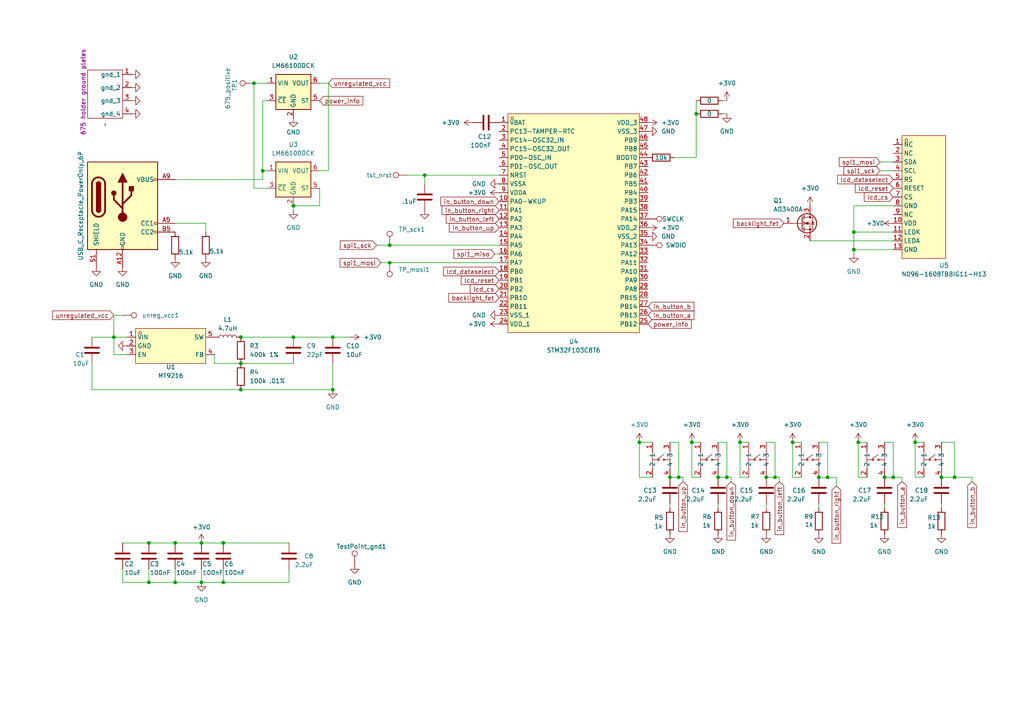
<source format=kicad_sch>
(kicad_sch (version 20250114) (generator "eeschema") (generator_version "9.0")
  (paper "A4")
  (title_block (title "stm32 business card"))
  (lib_symbols
    (symbol "Connector:TestPoint" (pin_numbers (hide yes)) (pin_names (offset 0.762) (hide yes))
      (property "Reference" "TP" (at 0 6.858 0))
      (property "Value" "TestPoint" (at 0 5.08 0))
      (symbol "TestPoint_0_1"
        (circle (center 0 3.302) (radius 0.762))
      )
      (symbol "TestPoint_1_1"
        (pin passive line (at 0 0 90) (length 2.54) (name "1") (number "1"))
      )
    )
    (symbol "Connector:USB_C_Receptacle_PowerOnly_6P" (pin_names (offset 1.016))
      (property "Reference" "J" (at 0 16.51 0))
      (property "Value" "USB_C_Receptacle_PowerOnly_6P" (at 0 13.97 0))
      (symbol "USB_C_Receptacle_PowerOnly_6P_0_0"
        (rectangle (start -0.254 -12.7) (end 0.254 -11.684))
        (rectangle (start 10.16 7.874) (end 9.144 7.366))
        (rectangle (start 10.16 -4.826) (end 9.144 -5.334))
        (rectangle (start 10.16 -7.366) (end 9.144 -7.874))
      )
      (symbol "USB_C_Receptacle_PowerOnly_6P_0_1"
        (rectangle (start -10.16 12.7) (end 10.16 -12.7) (stroke (width 0.254)) (fill (type background)))
        (polyline (pts (xy -8.89 -1.27) (xy -8.89 6.35)) (stroke (width 0.508)))
        (rectangle (start -7.62 -1.27) (end -6.35 6.35) (stroke (width 0.254)) (fill (type outline)))
        (arc (start -7.62 6.35) (mid -6.985 6.9823) (end -6.35 6.35) (stroke (width 0.254)))
        (arc (start -7.62 6.35) (mid -6.985 6.9823) (end -6.35 6.35) (stroke (width 0.254)) (fill (type outline)))
        (arc (start -8.89 6.35) (mid -6.985 8.2467) (end -5.08 6.35) (stroke (width 0.508)))
        (arc (start -5.08 -1.27) (mid -6.985 -3.1667) (end -8.89 -1.27) (stroke (width 0.508)))
        (arc (start -6.35 -1.27) (mid -6.985 -1.9023) (end -7.62 -1.27) (stroke (width 0.254)))
        (arc (start -6.35 -1.27) (mid -6.985 -1.9023) (end -7.62 -1.27) (stroke (width 0.254)) (fill (type outline)))
        (polyline (pts (xy -5.08 6.35) (xy -5.08 -1.27)) (stroke (width 0.508)))
        (circle (center -2.54 3.683) (radius 0.635) (stroke (width 0.254)) (fill (type outline)))
        (polyline (pts (xy -1.27 6.858) (xy 0 9.398) (xy 1.27 6.858) (xy -1.27 6.858)) (stroke (width 0.254)) (fill (type outline)))
        (polyline (pts (xy 0 0.508) (xy 2.54 3.048) (xy 2.54 4.318)) (stroke (width 0.508)))
        (polyline (pts (xy 0 -0.762) (xy -2.54 1.778) (xy -2.54 3.048)) (stroke (width 0.508)))
        (polyline (pts (xy 0 -3.302) (xy 0 6.858)) (stroke (width 0.508)))
        (circle (center 0 -3.302) (radius 1.27) (fill (type outline)))
        (rectangle (start 1.905 4.318) (end 3.175 5.588) (stroke (width 0.254)) (fill (type outline)))
      )
      (symbol "USB_C_Receptacle_PowerOnly_6P_1_1"
        (pin passive line (at -7.62 -17.78 90) (length 5.08) (name "SHIELD") (number "S1"))
        (pin passive line (at 0 -17.78 90) (length 5.08) (name "GND") (number "A12"))
        (pin passive line (at 0 -17.78 90) (length 5.08) (hide yes) (name "GND") (number "B12"))
        (pin passive line (at 15.24 7.62 180) (length 5.08) (name "VBUS") (number "A9"))
        (pin passive line (at 15.24 7.62 180) (length 5.08) (hide yes) (name "VBUS") (number "B9"))
        (pin bidirectional line (at 15.24 -5.08 180) (length 5.08) (name "CC1") (number "A5"))
        (pin bidirectional line (at 15.24 -7.62 180) (length 5.08) (name "CC2") (number "B5"))
      )
    )
    (symbol "Device:C" (pin_numbers (hide yes)) (pin_names (offset 0.254))
      (property "Reference" "C" (at 0.635 2.54 0))
      (property "Value" "C" (at 0.635 -2.54 0))
      (symbol "C_0_1"
        (polyline (pts (xy -2.032 0.762) (xy 2.032 0.762)) (stroke (width 0.508)))
        (polyline (pts (xy -2.032 -0.762) (xy 2.032 -0.762)) (stroke (width 0.508)))
      )
      (symbol "C_1_1"
        (pin passive line (at 0 3.81 270) (length 2.794) (name "~") (number "1"))
        (pin passive line (at 0 -3.81 90) (length 2.794) (name "~") (number "2"))
      )
    )
    (symbol "Device:L" (pin_numbers (hide yes)) (pin_names (offset 1.016) (hide yes))
      (property "Reference" "L" (at -1.27 0 90))
      (property "Value" "L" (at 1.905 0 90))
      (symbol "L_0_1"
        (arc (start 0 2.54) (mid 0.6323 1.905) (end 0 1.27))
        (arc (start 0 1.27) (mid 0.6323 0.635) (end 0 0))
        (arc (start 0 0) (mid 0.6323 -0.635) (end 0 -1.27))
        (arc (start 0 -1.27) (mid 0.6323 -1.905) (end 0 -2.54))
      )
      (symbol "L_1_1"
        (pin passive line (at 0 3.81 270) (length 1.27) (name "1") (number "1"))
        (pin passive line (at 0 -3.81 90) (length 1.27) (name "2") (number "2"))
      )
    )
    (symbol "Device:R" (pin_numbers (hide yes)) (pin_names (offset 0))
      (property "Reference" "R" (at 2.032 0 90))
      (property "Value" "R" (at 0 0 90))
      (symbol "R_0_1"
        (rectangle (start -1.016 -2.54) (end 1.016 2.54) (stroke (width 0.254)))
      )
      (symbol "R_1_1"
        (pin passive line (at 0 3.81 270) (length 1.27) (name "~") (number "1"))
        (pin passive line (at 0 -3.81 90) (length 1.27) (name "~") (number "2"))
      )
    )
    (symbol "Power_Management:LM66100DCK"
      (property "Reference" "U" (at -5.08 6.096 0))
      (property "Value" "LM66100DCK" (at 0.254 -6.35 0))
      (symbol "LM66100DCK_0_1"
        (rectangle (start -5.08 5.08) (end 5.08 -5.08) (stroke (width 0.254)) (fill (type background)))
      )
      (symbol "LM66100DCK_1_1"
        (pin power_in line (at -7.62 2.54 0) (length 2.54) (name "VIN") (number "1"))
        (pin input line (at -7.62 -2.54 0) (length 2.54) (name "~{CE}") (number "3"))
        (pin no_connect line (at 0 5.08 270) (length 2.54) (hide yes) (name "NC") (number "4"))
        (pin power_in line (at 0 -7.62 90) (length 2.54) (name "GND") (number "2"))
        (pin power_out line (at 7.62 2.54 180) (length 2.54) (name "VOUT") (number "6"))
        (pin open_collector line (at 7.62 -2.54 180) (length 2.54) (name "ST") (number "5"))
      )
    )
    (symbol "Transistor_FET:AO3400A" (pin_names (hide yes))
      (property "Reference" "Q" (at 5.08 1.905 0))
      (property "Value" "AO3400A" (at 5.08 0 0))
      (symbol "AO3400A_0_1"
        (polyline (pts (xy 0.254 1.905) (xy 0.254 -1.905)) (stroke (width 0.254)))
        (polyline (pts (xy 0.254 0) (xy -2.54 0)))
        (polyline (pts (xy 0.762 2.286) (xy 0.762 1.27)) (stroke (width 0.254)))
        (polyline (pts (xy 0.762 0.508) (xy 0.762 -0.508)) (stroke (width 0.254)))
        (polyline (pts (xy 0.762 -1.27) (xy 0.762 -2.286)) (stroke (width 0.254)))
        (polyline (pts (xy 0.762 -1.778) (xy 3.302 -1.778) (xy 3.302 1.778) (xy 0.762 1.778)))
        (polyline (pts (xy 1.016 0) (xy 2.032 0.381) (xy 2.032 -0.381) (xy 1.016 0)) (fill (type outline)))
        (circle (center 1.651 0) (radius 2.794) (stroke (width 0.254)))
        (polyline (pts (xy 2.54 2.54) (xy 2.54 1.778)))
        (circle (center 2.54 1.778) (radius 0.254) (fill (type outline)))
        (circle (center 2.54 -1.778) (radius 0.254) (fill (type outline)))
        (polyline (pts (xy 2.54 -2.54) (xy 2.54 0) (xy 0.762 0)))
        (polyline (pts (xy 2.794 0.508) (xy 2.921 0.381) (xy 3.683 0.381) (xy 3.81 0.254)))
        (polyline (pts (xy 3.302 0.381) (xy 2.921 -0.254) (xy 3.683 -0.254) (xy 3.302 0.381)))
      )
      (symbol "AO3400A_1_1"
        (pin input line (at -5.08 0 0) (length 2.54) (name "G") (number "1"))
        (pin passive line (at 2.54 5.08 270) (length 2.54) (name "D") (number "3"))
        (pin passive line (at 2.54 -5.08 90) (length 2.54) (name "S") (number "2"))
      )
    )
    (symbol "battery_holder:quad_675"
      (symbol "quad_675_0_1"
        (rectangle (start 2.54 12.7) (end 12.7 -1.27))
      )
      (symbol "quad_675_1_1"
        (pin bidirectional line (at 0 11.43 0) (length 2.54) (name "gnd_4") (number "4"))
        (pin bidirectional line (at 0 7.62 0) (length 2.54) (name "gnd_3") (number "3"))
        (pin bidirectional line (at 0 3.81 0) (length 2.54) (name "gnd_2") (number "2"))
        (pin bidirectional line (at 0 0 0) (length 2.54) (name "gnd_1") (number "1"))
      )
    )
    (symbol "easyeda2kicad:MT9216"
      (property "Reference" "U" (at 0 7.62 0))
      (property "Value" "MT9216" (at 0 -7.62 0))
      (symbol "MT9216_0_1"
        (rectangle (start -10.16 5.08) (end 10.16 -5.08) (fill (type background)))
        (circle (center -8.89 3.81) (radius 0.38))
        (pin unspecified line (at -12.7 2.54 0) (length 2.54) (name "VIN") (number "1"))
        (pin unspecified line (at -12.7 0 0) (length 2.54) (name "GND") (number "2"))
        (pin unspecified line (at -12.7 -2.54 0) (length 2.54) (name "EN") (number "3"))
        (pin unspecified line (at 12.7 2.54 180) (length 2.54) (name "SW") (number "5"))
        (pin unspecified line (at 12.7 -2.54 180) (length 2.54) (name "FB") (number "4"))
      )
    )
    (symbol "easyeda2kicad:N096-1608TBBIG11-H13"
      (property "Reference" "U" (at 0 20.32 0))
      (property "Value" "N096-1608TBBIG11-H13" (at 0 -20.32 0))
      (symbol "N096-1608TBBIG11-H13_0_1"
        (rectangle (start -6.35 17.78) (end 6.35 -17.78) (fill (type background)))
        (circle (center -5.08 16.51) (radius 0.38))
        (pin unspecified line (at -8.89 15.24 0) (length 2.54) (name "NC") (number "1"))
        (pin unspecified line (at -8.89 12.7 0) (length 2.54) (name "NC") (number "2"))
        (pin unspecified line (at -8.89 10.16 0) (length 2.54) (name "SDA") (number "3"))
        (pin unspecified line (at -8.89 7.62 0) (length 2.54) (name "SCL") (number "4"))
        (pin unspecified line (at -8.89 5.08 0) (length 2.54) (name "RS") (number "5"))
        (pin unspecified line (at -8.89 2.54 0) (length 2.54) (name "RESET") (number "6"))
        (pin unspecified line (at -8.89 0 0) (length 2.54) (name "CS") (number "7"))
        (pin unspecified line (at -8.89 -2.54 0) (length 2.54) (name "GND") (number "8"))
        (pin unspecified line (at -8.89 -5.08 0) (length 2.54) (name "NC") (number "9"))
        (pin unspecified line (at -8.89 -7.62 0) (length 2.54) (name "VDD") (number "10"))
        (pin unspecified line (at -8.89 -10.16 0) (length 2.54) (name "LEDK") (number "11"))
        (pin unspecified line (at -8.89 -12.7 0) (length 2.54) (name "LEDA") (number "12"))
        (pin unspecified line (at -8.89 -15.24 0) (length 2.54) (name "GND") (number "13"))
      )
    )
    (symbol "easyeda2kicad:STM32F103C8T6"
      (property "Reference" "U" (at 0 34.29 0))
      (property "Value" "STM32F103C8T6" (at 0 -34.29 0))
      (symbol "STM32F103C8T6_0_1"
        (rectangle (start -19.05 31.75) (end 19.05 -31.75) (fill (type background)))
        (circle (center -17.78 30.48) (radius 0.38))
        (pin unspecified line (at -21.59 29.21 0) (length 2.54) (name "VBAT") (number "1"))
        (pin unspecified line (at -21.59 26.67 0) (length 2.54) (name "PC13-TAMPER-RTC") (number "2"))
        (pin unspecified line (at -21.59 24.13 0) (length 2.54) (name "PC14-OSC32_IN") (number "3"))
        (pin unspecified line (at -21.59 21.59 0) (length 2.54) (name "PC15-OSC32_OUT") (number "4"))
        (pin unspecified line (at -21.59 19.05 0) (length 2.54) (name "PD0-OSC_IN") (number "5"))
        (pin unspecified line (at -21.59 16.51 0) (length 2.54) (name "PD1-OSC_OUT") (number "6"))
        (pin unspecified line (at -21.59 13.97 0) (length 2.54) (name "NRST") (number "7"))
        (pin unspecified line (at -21.59 11.43 0) (length 2.54) (name "VSSA") (number "8"))
        (pin unspecified line (at -21.59 8.89 0) (length 2.54) (name "VDDA") (number "9"))
        (pin unspecified line (at -21.59 6.35 0) (length 2.54) (name "PA0-WKUP") (number "10"))
        (pin unspecified line (at -21.59 3.81 0) (length 2.54) (name "PA1") (number "11"))
        (pin unspecified line (at -21.59 1.27 0) (length 2.54) (name "PA2") (number "12"))
        (pin unspecified line (at -21.59 -1.27 0) (length 2.54) (name "PA3") (number "13"))
        (pin unspecified line (at -21.59 -3.81 0) (length 2.54) (name "PA4") (number "14"))
        (pin unspecified line (at -21.59 -6.35 0) (length 2.54) (name "PA5") (number "15"))
        (pin unspecified line (at -21.59 -8.89 0) (length 2.54) (name "PA6") (number "16"))
        (pin unspecified line (at -21.59 -11.43 0) (length 2.54) (name "PA7") (number "17"))
        (pin unspecified line (at -21.59 -13.97 0) (length 2.54) (name "PB0") (number "18"))
        (pin unspecified line (at -21.59 -16.51 0) (length 2.54) (name "PB1") (number "19"))
        (pin unspecified line (at -21.59 -19.05 0) (length 2.54) (name "PB2") (number "20"))
        (pin unspecified line (at -21.59 -21.59 0) (length 2.54) (name "PB10") (number "21"))
        (pin unspecified line (at -21.59 -24.13 0) (length 2.54) (name "PB11") (number "22"))
        (pin unspecified line (at -21.59 -26.67 0) (length 2.54) (name "VSS_1") (number "23"))
        (pin unspecified line (at -21.59 -29.21 0) (length 2.54) (name "VDD_1") (number "24"))
        (pin unspecified line (at 21.59 29.21 180) (length 2.54) (name "VDD_3") (number "48"))
        (pin unspecified line (at 21.59 26.67 180) (length 2.54) (name "VSS_3") (number "47"))
        (pin unspecified line (at 21.59 24.13 180) (length 2.54) (name "PB9") (number "46"))
        (pin unspecified line (at 21.59 21.59 180) (length 2.54) (name "PB8") (number "45"))
        (pin unspecified line (at 21.59 19.05 180) (length 2.54) (name "BOOT0") (number "44"))
        (pin unspecified line (at 21.59 16.51 180) (length 2.54) (name "PB7") (number "43"))
        (pin unspecified line (at 21.59 13.97 180) (length 2.54) (name "PB6") (number "42"))
        (pin unspecified line (at 21.59 11.43 180) (length 2.54) (name "PB5") (number "41"))
        (pin unspecified line (at 21.59 8.89 180) (length 2.54) (name "PB4") (number "40"))
        (pin unspecified line (at 21.59 6.35 180) (length 2.54) (name "PB3") (number "39"))
        (pin unspecified line (at 21.59 3.81 180) (length 2.54) (name "PA15") (number "38"))
        (pin unspecified line (at 21.59 1.27 180) (length 2.54) (name "PA14") (number "37"))
        (pin unspecified line (at 21.59 -1.27 180) (length 2.54) (name "VDD_2") (number "36"))
        (pin unspecified line (at 21.59 -3.81 180) (length 2.54) (name "VSS_2") (number "35"))
        (pin unspecified line (at 21.59 -6.35 180) (length 2.54) (name "PA13") (number "34"))
        (pin unspecified line (at 21.59 -8.89 180) (length 2.54) (name "PA12") (number "33"))
        (pin unspecified line (at 21.59 -11.43 180) (length 2.54) (name "PA11") (number "32"))
        (pin unspecified line (at 21.59 -13.97 180) (length 2.54) (name "PA10") (number "31"))
        (pin unspecified line (at 21.59 -16.51 180) (length 2.54) (name "PA9") (number "30"))
        (pin unspecified line (at 21.59 -19.05 180) (length 2.54) (name "PA8") (number "29"))
        (pin unspecified line (at 21.59 -21.59 180) (length 2.54) (name "PB15") (number "28"))
        (pin unspecified line (at 21.59 -24.13 180) (length 2.54) (name "PB14") (number "27"))
        (pin unspecified line (at 21.59 -26.67 180) (length 2.54) (name "PB13") (number "26"))
        (pin unspecified line (at 21.59 -29.21 180) (length 2.54) (name "PB12") (number "25"))
      )
    )
    (symbol "easyeda2kicad:TSD003A04126A02"
      (property "Reference" "SW" (at 0 7.62 0))
      (property "Value" "TSD003A04126A02" (at 0 -7.62 0))
      (symbol "TSD003A04126A02_0_1"
        (polyline (pts (xy -2.54 2.54) (xy 2.54 2.54)))
        (polyline (pts (xy -1.52 -0.76) (xy -0.25 1.02)))
        (polyline (pts (xy 0 2.54) (xy 0 1.52)))
        (polyline (pts (xy 0 1.52) (xy 0 0.76)))
        (circle (center 0 0.76) (radius 0.25))
        (circle (center 0 -0.76) (radius 0.25))
        (polyline (pts (xy 0 -2.54) (xy 0 -0.76)))
        (polyline (pts (xy 2.54 -2.54) (xy -2.54 -2.54)))
        (pin unspecified line (at -5.08 2.54 0) (length 2.54) (name "1") (number "1"))
        (pin unspecified line (at -5.08 -2.54 0) (length 2.54) (name "3") (number "3"))
        (pin unspecified line (at 5.08 2.54 180) (length 2.54) (name "2") (number "2"))
        (pin unspecified line (at 5.08 -2.54 180) (length 2.54) (name "4") (number "4"))
      )
    )
    (symbol "power:+3V0" (power) (pin_numbers (hide yes)) (pin_names (offset 0) (hide yes))
      (property "Value" "+3V0" (at 0 3.556 0))
      (symbol "+3V0_0_1"
        (polyline (pts (xy -0.762 1.27) (xy 0 2.54)))
        (polyline (pts (xy 0 2.54) (xy 0.762 1.27)))
        (polyline (pts (xy 0 0) (xy 0 2.54)))
      )
      (symbol "+3V0_1_1"
        (pin power_in line (at 0 0 90) (length 0) (name "~") (number "1"))
      )
    )
    (symbol "power:GND" (power) (pin_numbers (hide yes)) (pin_names (offset 0) (hide yes))
      (property "Value" "GND" (at 0 -3.81 0))
      (symbol "GND_0_1"
        (polyline (pts (xy 0 0) (xy 0 -1.27) (xy 1.27 -1.27) (xy 0 -2.54) (xy -1.27 -1.27) (xy 0 -1.27)))
      )
      (symbol "GND_1_1"
        (pin power_in line (at 0 0 270) (length 0) (name "~") (number "1"))
      )
    )
  )
  (junction (at 50.8 157.48))
  (junction (at 194.31 138.43))
  (junction (at 247.65 67.31))
  (junction (at 113.03 76.2))
  (junction (at 85.09 97.79))
  (junction (at 224.79 138.43))
  (junction (at 43.18 168.91))
  (junction (at 265.43 128.27))
  (junction (at 58.42 168.91))
  (junction (at 240.03 138.43))
  (junction (at 276.86 138.43))
  (junction (at 208.28 138.43))
  (junction (at 248.92 128.27))
  (junction (at 273.05 138.43))
  (junction (at 69.85 97.79))
  (junction (at 123.19 50.8))
  (junction (at 96.52 97.79))
  (junction (at 96.52 113.03))
  (junction (at 73.66 24.13))
  (junction (at 237.49 138.43))
  (junction (at 222.25 138.43))
  (junction (at 214.63 128.27))
  (junction (at 259.08 138.43))
  (junction (at 201.93 33.02))
  (junction (at 185.42 128.27))
  (junction (at 50.8 168.91))
  (junction (at 76.2 49.53))
  (junction (at 210.82 138.43))
  (junction (at 247.65 72.39))
  (junction (at 64.77 157.48))
  (junction (at 85.09 59.69))
  (junction (at 229.87 128.27))
  (junction (at 196.85 138.43))
  (junction (at 256.54 138.43))
  (junction (at 43.18 157.48))
  (junction (at 113.03 71.12))
  (junction (at 69.85 113.03))
  (junction (at 69.85 105.41))
  (junction (at 200.66 128.27))
  (junction (at 64.77 168.91))
  (junction (at 33.02 97.79))
  (junction (at 58.42 157.48))
  (wire (pts (xy 194.31 147.32) (xy 194.31 146.05)))
  (wire (pts (xy 222.25 128.27) (xy 224.79 128.27)))
  (wire (pts (xy 76.2 52.07) (xy 76.2 49.53)))
  (wire (pts (xy 267.97 138.43) (xy 265.43 138.43)))
  (wire (pts (xy 256.54 138.43) (xy 259.08 138.43)))
  (wire (pts (xy 85.09 60.96) (xy 85.09 59.69)))
  (wire (pts (xy 43.18 165.1) (xy 43.18 168.91)))
  (wire (pts (xy 33.02 97.79) (xy 33.02 102.87)))
  (wire (pts (xy 210.82 29.21) (xy 209.55 29.21)))
  (wire (pts (xy 185.42 128.27) (xy 185.42 138.43)))
  (wire (pts (xy 200.66 128.27) (xy 203.2 128.27)))
  (wire (pts (xy 261.62 139.7) (xy 261.62 138.43)))
  (wire (pts (xy 237.49 138.43) (xy 240.03 138.43)))
  (wire (pts (xy 77.47 29.21) (xy 76.2 29.21)))
  (wire (pts (xy 256.54 128.27) (xy 259.08 128.27)))
  (wire (pts (xy 59.69 64.77) (xy 59.69 67.31)))
  (wire (pts (xy 248.92 128.27) (xy 248.92 138.43)))
  (wire (pts (xy 69.85 113.03) (xy 96.52 113.03)))
  (wire (pts (xy 113.03 71.12) (xy 144.78 71.12)))
  (wire (pts (xy 247.65 59.69) (xy 247.65 67.31)))
  (wire (pts (xy 33.02 91.44) (xy 33.02 97.79)))
  (wire (pts (xy 251.46 138.43) (xy 248.92 138.43)))
  (wire (pts (xy 77.47 54.61) (xy 73.66 54.61)))
  (wire (pts (xy 229.87 128.27) (xy 232.41 128.27)))
  (wire (pts (xy 69.85 113.03) (xy 26.67 113.03)))
  (wire (pts (xy 255.27 46.99) (xy 259.08 46.99)))
  (wire (pts (xy 73.66 24.13) (xy 77.47 24.13)))
  (wire (pts (xy 189.23 138.43) (xy 185.42 138.43)))
  (wire (pts (xy 64.77 157.48) (xy 83.82 157.48)))
  (wire (pts (xy 73.66 24.13) (xy 73.66 54.61)))
  (wire (pts (xy 62.23 105.41) (xy 69.85 105.41)))
  (wire (pts (xy 50.8 165.1) (xy 50.8 168.91)))
  (wire (pts (xy 232.41 138.43) (xy 229.87 138.43)))
  (wire (pts (xy 273.05 147.32) (xy 273.05 146.05)))
  (wire (pts (xy 237.49 128.27) (xy 240.03 128.27)))
  (wire (pts (xy 281.94 139.7) (xy 281.94 138.43)))
  (wire (pts (xy 76.2 49.53) (xy 77.47 49.53)))
  (wire (pts (xy 210.82 138.43) (xy 212.09 138.43)))
  (wire (pts (xy 83.82 168.91) (xy 83.82 165.1)))
  (wire (pts (xy 50.8 64.77) (xy 59.69 64.77)))
  (wire (pts (xy 123.19 50.8) (xy 123.19 53.34)))
  (wire (pts (xy 198.12 139.7) (xy 198.12 138.43)))
  (wire (pts (xy 226.06 138.43) (xy 224.79 138.43)))
  (wire (pts (xy 208.28 147.32) (xy 208.28 146.05)))
  (wire (pts (xy 96.52 105.41) (xy 96.52 113.03)))
  (wire (pts (xy 36.83 102.87) (xy 33.02 102.87)))
  (wire (pts (xy 118.11 50.8) (xy 123.19 50.8)))
  (wire (pts (xy 33.02 97.79) (xy 36.83 97.79)))
  (wire (pts (xy 214.63 128.27) (xy 217.17 128.27)))
  (wire (pts (xy 259.08 67.31) (xy 247.65 67.31)))
  (wire (pts (xy 95.25 24.13) (xy 92.71 24.13)))
  (wire (pts (xy 212.09 138.43) (xy 212.09 139.7)))
  (wire (pts (xy 43.18 168.91) (xy 50.8 168.91)))
  (wire (pts (xy 64.77 168.91) (xy 83.82 168.91)))
  (wire (pts (xy 208.28 128.27) (xy 210.82 128.27)))
  (wire (pts (xy 95.25 49.53) (xy 95.25 24.13)))
  (wire (pts (xy 76.2 29.21) (xy 76.2 49.53)))
  (wire (pts (xy 259.08 59.69) (xy 247.65 59.69)))
  (wire (pts (xy 69.85 97.79) (xy 85.09 97.79)))
  (wire (pts (xy 224.79 128.27) (xy 224.79 138.43)))
  (wire (pts (xy 210.82 33.02) (xy 209.55 33.02)))
  (wire (pts (xy 256.54 147.32) (xy 256.54 146.05)))
  (wire (pts (xy 50.8 168.91) (xy 58.42 168.91)))
  (wire (pts (xy 281.94 138.43) (xy 276.86 138.43)))
  (wire (pts (xy 26.67 105.41) (xy 26.67 113.03)))
  (wire (pts (xy 195.58 45.72) (xy 201.93 45.72)))
  (wire (pts (xy 222.25 147.32) (xy 222.25 146.05)))
  (wire (pts (xy 92.71 54.61) (xy 92.71 59.69)))
  (wire (pts (xy 198.12 138.43) (xy 196.85 138.43)))
  (wire (pts (xy 229.87 128.27) (xy 229.87 138.43)))
  (wire (pts (xy 273.05 138.43) (xy 276.86 138.43)))
  (wire (pts (xy 242.57 138.43) (xy 242.57 140.97)))
  (wire (pts (xy 201.93 29.21) (xy 201.93 33.02)))
  (wire (pts (xy 35.56 91.44) (xy 33.02 91.44)))
  (wire (pts (xy 113.03 76.2) (xy 144.78 76.2)))
  (wire (pts (xy 58.42 165.1) (xy 58.42 168.91)))
  (wire (pts (xy 242.57 138.43) (xy 240.03 138.43)))
  (wire (pts (xy 35.56 157.48) (xy 43.18 157.48)))
  (wire (pts (xy 50.8 157.48) (xy 58.42 157.48)))
  (wire (pts (xy 109.22 71.12) (xy 113.03 71.12)))
  (wire (pts (xy 194.31 128.27) (xy 196.85 128.27)))
  (wire (pts (xy 143.51 73.66) (xy 144.78 73.66)))
  (wire (pts (xy 276.86 138.43) (xy 276.86 128.27)))
  (wire (pts (xy 217.17 138.43) (xy 214.63 138.43)))
  (wire (pts (xy 92.71 49.53) (xy 95.25 49.53)))
  (wire (pts (xy 58.42 157.48) (xy 64.77 157.48)))
  (wire (pts (xy 210.82 128.27) (xy 210.82 138.43)))
  (wire (pts (xy 273.05 128.27) (xy 276.86 128.27)))
  (wire (pts (xy 85.09 59.69) (xy 92.71 59.69)))
  (wire (pts (xy 240.03 138.43) (xy 240.03 128.27)))
  (wire (pts (xy 110.49 76.2) (xy 113.03 76.2)))
  (wire (pts (xy 101.6 97.79) (xy 96.52 97.79)))
  (wire (pts (xy 58.42 168.91) (xy 64.77 168.91)))
  (wire (pts (xy 62.23 102.87) (xy 62.23 105.41)))
  (wire (pts (xy 26.67 97.79) (xy 33.02 97.79)))
  (wire (pts (xy 214.63 128.27) (xy 214.63 138.43)))
  (wire (pts (xy 265.43 128.27) (xy 267.97 128.27)))
  (wire (pts (xy 226.06 139.7) (xy 226.06 138.43)))
  (wire (pts (xy 201.93 33.02) (xy 201.93 45.72)))
  (wire (pts (xy 237.49 147.32) (xy 237.49 146.05)))
  (wire (pts (xy 261.62 138.43) (xy 259.08 138.43)))
  (wire (pts (xy 203.2 138.43) (xy 200.66 138.43)))
  (wire (pts (xy 247.65 67.31) (xy 247.65 72.39)))
  (wire (pts (xy 265.43 128.27) (xy 265.43 138.43)))
  (wire (pts (xy 259.08 138.43) (xy 259.08 128.27)))
  (wire (pts (xy 248.92 128.27) (xy 251.46 128.27)))
  (wire (pts (xy 208.28 138.43) (xy 210.82 138.43)))
  (wire (pts (xy 194.31 138.43) (xy 196.85 138.43)))
  (wire (pts (xy 50.8 52.07) (xy 76.2 52.07)))
  (wire (pts (xy 234.95 69.85) (xy 259.08 69.85)))
  (wire (pts (xy 69.85 105.41) (xy 85.09 105.41)))
  (wire (pts (xy 222.25 138.43) (xy 224.79 138.43)))
  (wire (pts (xy 185.42 128.27) (xy 189.23 128.27)))
  (wire (pts (xy 43.18 157.48) (xy 50.8 157.48)))
  (wire (pts (xy 247.65 72.39) (xy 247.65 73.66)))
  (wire (pts (xy 64.77 165.1) (xy 64.77 168.91)))
  (wire (pts (xy 35.56 165.1) (xy 35.56 168.91)))
  (wire (pts (xy 196.85 128.27) (xy 196.85 138.43)))
  (wire (pts (xy 247.65 72.39) (xy 259.08 72.39)))
  (wire (pts (xy 255.27 49.53) (xy 259.08 49.53)))
  (wire (pts (xy 200.66 128.27) (xy 200.66 138.43)))
  (wire (pts (xy 123.19 50.8) (xy 144.78 50.8)))
  (wire (pts (xy 85.09 97.79) (xy 96.52 97.79)))
  (wire (pts (xy 35.56 168.91) (xy 43.18 168.91)))
  (global_label "in_button_b" (shape input) (at 281.94 139.7 270) (property "Intersheetrefs" "${INTERSHEET_REFS}" (effects (hide yes))))
  (global_label "backlight_fet" (shape input) (at 144.78 86.36 180) (property "Intersheetrefs" "${INTERSHEET_REFS}" (effects (hide yes))))
  (global_label "lcd_cs" (shape input) (at 259.08 57.15 180) (property "Intersheetrefs" "${INTERSHEET_REFS}" (effects (hide yes))))
  (global_label "in_button_down" (shape input) (at 212.09 139.7 270) (property "Intersheetrefs" "${INTERSHEET_REFS}" (effects (hide yes))))
  (global_label "lcd_reset" (shape input) (at 259.08 54.61 180) (property "Intersheetrefs" "${INTERSHEET_REFS}" (effects (hide yes))))
  (global_label "in_button_right" (shape input) (at 242.57 140.97 270) (property "Intersheetrefs" "${INTERSHEET_REFS}" (effects (hide yes))))
  (global_label "spi1_mosi" (shape input) (at 255.27 46.99 180) (property "Intersheetrefs" "${INTERSHEET_REFS}" (effects (hide yes))))
  (global_label "in_button_b" (shape input) (at 187.96 88.9 0) (property "Intersheetrefs" "${INTERSHEET_REFS}" (effects (hide yes))))
  (global_label "in_button_a" (shape input) (at 187.96 91.44 0) (property "Intersheetrefs" "${INTERSHEET_REFS}" (effects (hide yes))))
  (global_label "spi1_sck" (shape input) (at 109.22 71.12 180) (property "Intersheetrefs" "${INTERSHEET_REFS}" (effects (hide yes))))
  (global_label "backlight_fet" (shape input) (at 227.33 64.77 180) (property "Intersheetrefs" "${INTERSHEET_REFS}" (effects (hide yes))))
  (global_label "in_button_a" (shape input) (at 261.62 139.7 270) (property "Intersheetrefs" "${INTERSHEET_REFS}" (effects (hide yes))))
  (global_label "lcd_cs" (shape input) (at 144.78 83.82 180) (property "Intersheetrefs" "${INTERSHEET_REFS}" (effects (hide yes))))
  (global_label "lcd_dataselect" (shape input) (at 259.08 52.07 180) (property "Intersheetrefs" "${INTERSHEET_REFS}" (effects (hide yes))))
  (global_label "lcd_reset" (shape input) (at 144.78 81.28 180) (property "Intersheetrefs" "${INTERSHEET_REFS}" (effects (hide yes))))
  (global_label "lcd_dataselect" (shape input) (at 144.78 78.74 180) (property "Intersheetrefs" "${INTERSHEET_REFS}" (effects (hide yes))))
  (global_label "in_button_left" (shape input) (at 144.78 63.5 180) (property "Intersheetrefs" "${INTERSHEET_REFS}" (effects (hide yes))))
  (global_label "in_button_right" (shape input) (at 144.78 60.96 180) (property "Intersheetrefs" "${INTERSHEET_REFS}" (effects (hide yes))))
  (global_label "in_button_up" (shape input) (at 198.12 139.7 270) (property "Intersheetrefs" "${INTERSHEET_REFS}" (effects (hide yes))))
  (global_label "in_button_left" (shape input) (at 226.06 139.7 270) (property "Intersheetrefs" "${INTERSHEET_REFS}" (effects (hide yes))))
  (global_label "unregulated_vcc" (shape input) (at 95.25 24.13 0) (property "Intersheetrefs" "${INTERSHEET_REFS}" (effects (hide yes))))
  (global_label "in_button_up" (shape input) (at 144.78 66.04 180) (property "Intersheetrefs" "${INTERSHEET_REFS}" (effects (hide yes))))
  (global_label "power_info" (shape input) (at 92.71 29.21 0) (property "Intersheetrefs" "${INTERSHEET_REFS}" (effects (hide yes))))
  (global_label "spi1_miso" (shape input) (at 143.51 73.66 180) (property "Intersheetrefs" "${INTERSHEET_REFS}" (effects (hide yes))))
  (global_label "power_info" (shape input) (at 187.96 93.98 0) (property "Intersheetrefs" "${INTERSHEET_REFS}" (effects (hide yes))))
  (global_label "spi1_sck" (shape input) (at 255.27 49.53 180) (property "Intersheetrefs" "${INTERSHEET_REFS}" (effects (hide yes))))
  (global_label "unregulated_vcc" (shape input) (at 33.02 91.44 180) (property "Intersheetrefs" "${INTERSHEET_REFS}" (effects (hide yes))))
  (global_label "in_button_down" (shape input) (at 144.78 58.42 180) (property "Intersheetrefs" "${INTERSHEET_REFS}" (effects (hide yes))))
  (global_label "spi1_mosi" (shape input) (at 110.49 76.2 180) (property "Intersheetrefs" "${INTERSHEET_REFS}" (effects (hide yes))))
  (symbol (lib_id "power:GND") (at 38.1 29.21 90) (unit 1)
    (property "Reference" "#PWR031" (effects (hide yes)))
    (property "Value" "GND" (effects (hide yes)))
    (property "Description" "Power symbol creates a global label with name \"GND\" , ground" (effects (hide yes)))
  )
  (symbol (lib_id "power:GND") (at 247.65 73.66 0) (unit 1)
    (property "Reference" "#PWR037" (effects (hide yes)))
    (property "Value" "GND" (at 247.65 78.74 0))
    (property "Description" "Power symbol creates a global label with name \"GND\" , ground" (effects (hide yes)))
  )
  (symbol (lib_id "Connector:TestPoint") (at 73.66 24.13 90) (unit 1)
    (property "Reference" "TP1" (at 68.072 22.86 0) (effects (justify right)))
    (property "Value" "675_positive" (at 66.04 19.558 0) (effects (justify right)))
    (property "Footprint" "TestPoint:TestPoint_Pad_4.0x4.0mm" (effects (hide yes)))
    (property "Description" "test point" (effects (hide yes)))
  )
  (symbol (lib_id "Device:R") (at 222.25 151.13 180) (unit 1)
    (property "Reference" "R7" (at 217.678 149.86 0) (effects (justify right)))
    (property "Value" "1k" (at 217.678 152.4 0) (effects (justify right)))
    (property "Footprint" "Resistor_SMD:R_0603_1608Metric" (effects (hide yes)))
    (property "Description" "Resistor" (effects (hide yes)))
  )
  (symbol (lib_id "Device:L") (at 66.04 97.79 90) (unit 1)
    (property "Reference" "L1" (at 66.04 92.71 90))
    (property "Value" "4.7uH" (at 66.04 95.25 90))
    (property "Footprint" "indigos_kicad_lib:IND-SMD_L5.8-W5.2" (effects (hide yes)))
    (property "Description" "Inductor" (effects (hide yes)))
  )
  (symbol (lib_id "power:GND") (at 144.78 91.44 270) (unit 1)
    (property "Reference" "#PWR018" (effects (hide yes)))
    (property "Value" "GND" (at 140.97 91.4399 90) (effects (justify right)))
    (property "Description" "Power symbol creates a global label with name \"GND\" , ground" (effects (hide yes)))
  )
  (symbol (lib_id "Device:C") (at 123.19 57.15 0) (unit 1)
    (property "Reference" "C11" (effects (hide yes)))
    (property "Value" ".1uF" (at 116.586 58.42 0) (effects (justify left)))
    (property "Footprint" "Capacitor_SMD:C_0603_1608Metric" (effects (hide yes)))
    (property "Description" "Unpolarized capacitor" (effects (hide yes)))
  )
  (symbol (lib_id "Device:C") (at 50.8 161.29 0) (unit 1)
    (property "Reference" "C4" (at 51.054 163.576 0) (effects (justify left)))
    (property "Value" "100nF" (at 51.054 166.116 0) (effects (justify left)))
    (property "Footprint" "Capacitor_SMD:C_0603_1608Metric" (effects (hide yes)))
    (property "Description" "Unpolarized capacitor" (effects (hide yes)))
  )
  (symbol (lib_id "Device:R") (at 50.8 71.12 0) (unit 1)
    (property "Reference" "R1" (effects (hide yes)))
    (property "Value" "5.1k" (at 51.816 73.152 0) (effects (justify left)))
    (property "Footprint" "Resistor_SMD:R_0603_1608Metric" (effects (hide yes)))
    (property "Description" "Resistor" (effects (hide yes)))
  )
  (symbol (lib_id "power:GND") (at 222.25 154.94 0) (unit 1)
    (property "Reference" "#PWR029" (effects (hide yes)))
    (property "Value" "GND" (at 222.25 160.02 0))
    (property "Description" "Power symbol creates a global label with name \"GND\" , ground" (effects (hide yes)))
  )
  (symbol (lib_id "Device:C") (at 83.82 161.29 180) (unit 1)
    (property "Reference" "C8" (at 90.932 161.29 0) (effects (justify left)))
    (property "Value" "2.2uF" (at 90.932 163.83 0) (effects (justify left)))
    (property "Footprint" "Capacitor_SMD:C_0603_1608Metric" (effects (hide yes)))
    (property "Description" "Unpolarized capacitor" (effects (hide yes)))
  )
  (symbol (lib_id "power:+3V0") (at 144.78 55.88 90) (unit 1)
    (property "Reference" "#PWR017" (effects (hide yes)))
    (property "Value" "+3V0" (at 140.97 55.8799 90) (effects (justify left)))
    (property "Description" "Power symbol creates a global label with name \"+3V0\"" (effects (hide yes)))
  )
  (symbol (lib_id "battery_holder:quad_675") (at 38.1 21.59 180) (unit 1)
    (property "Reference" "U6" (effects (hide yes)))
    (property "Value" "~" (at 30.48 35.56 90) (effects (justify left)))
    (property "Footprint" "Library:battery_holder" (effects (hide yes)))
    (property "Description" "675 holder ground plates" (at 24.13 26.67 90))
  )
  (symbol (lib_id "Device:C") (at 64.77 161.29 0) (unit 1)
    (property "Reference" "C6" (at 65.024 163.576 0) (effects (justify left)))
    (property "Value" "100nF" (at 65.024 166.116 0) (effects (justify left)))
    (property "Footprint" "Capacitor_SMD:C_0603_1608Metric" (effects (hide yes)))
    (property "Description" "Unpolarized capacitor" (effects (hide yes)))
  )
  (symbol (lib_id "power:+3V0") (at 248.92 128.27 0) (unit 1)
    (property "Reference" "#PWR036" (effects (hide yes)))
    (property "Value" "+3V0" (at 248.92 123.19 0))
    (property "Description" "Power symbol creates a global label with name \"+3V0\"" (effects (hide yes)))
  )
  (symbol (lib_id "power:+3V0") (at 187.96 66.04 270) (unit 1)
    (property "Reference" "#PWR027" (effects (hide yes)))
    (property "Value" "+3V0" (at 191.77 66.0399 90) (effects (justify left)))
    (property "Description" "Power symbol creates a global label with name \"+3V0\"" (effects (hide yes)))
  )
  (symbol (lib_id "Connector:TestPoint") (at 118.11 50.8 90) (unit 1)
    (property "Reference" "tst_nrst1" (effects (hide yes)))
    (property "Value" "tst_nrst" (at 109.982 50.8 90))
    (property "Footprint" "TestPoint:TestPoint_Pad_D2.0mm" (effects (hide yes)))
    (property "Description" "test point" (effects (hide yes)))
  )
  (symbol (lib_id "power:GND") (at 256.54 154.94 0) (unit 1)
    (property "Reference" "#PWR038" (effects (hide yes)))
    (property "Value" "GND" (at 256.54 160.02 0))
    (property "Description" "Power symbol creates a global label with name \"GND\" , ground" (effects (hide yes)))
  )
  (symbol (lib_id "power:GND") (at 123.19 60.96 0) (unit 1)
    (property "Reference" "#PWR015" (effects (hide yes)))
    (property "Value" "GND" (effects (hide yes)))
    (property "Description" "Power symbol creates a global label with name \"GND\" , ground" (effects (hide yes)))
  )
  (symbol (lib_id "power:GND") (at 187.96 68.58 90) (unit 1)
    (property "Reference" "#PWR028" (effects (hide yes)))
    (property "Value" "GND" (at 191.77 68.5799 90) (effects (justify right)))
    (property "Description" "Power symbol creates a global label with name \"GND\" , ground" (effects (hide yes)))
  )
  (symbol (lib_id "power:+3V0") (at 200.66 128.27 0) (unit 1)
    (property "Reference" "#PWR022" (effects (hide yes)))
    (property "Value" "+3V0" (at 200.66 123.19 0))
    (property "Description" "Power symbol creates a global label with name \"+3V0\"" (effects (hide yes)))
  )
  (symbol (lib_id "power:GND") (at 38.1 33.02 90) (unit 1)
    (property "Reference" "#PWR01" (effects (hide yes)))
    (property "Value" "GND" (effects (hide yes)))
    (property "Description" "Power symbol creates a global label with name \"GND\" , ground" (effects (hide yes)))
  )
  (symbol (lib_id "Device:C") (at 35.56 161.29 0) (unit 1)
    (property "Reference" "C2" (at 36.068 163.576 0) (effects (justify left)))
    (property "Value" "10uF" (at 36.068 166.116 0) (effects (justify left)))
    (property "Footprint" "Capacitor_SMD:C_0603_1608Metric" (effects (hide yes)))
    (property "Description" "Unpolarized capacitor" (effects (hide yes)))
  )
  (symbol (lib_id "power:GND") (at 187.96 38.1 90) (unit 1)
    (property "Reference" "#PWR026" (effects (hide yes)))
    (property "Value" "GND" (at 191.77 38.0999 90) (effects (justify right)))
    (property "Description" "Power symbol creates a global label with name \"GND\" , ground" (effects (hide yes)))
  )
  (symbol (lib_id "easyeda2kicad:TSD003A04126A02") (at 254 133.35 90) (mirror x) (unit 1)
    (property "Reference" "b_a1" (effects (hide yes)))
    (property "Value" "TSD003A04126A02" (effects (hide yes)))
    (property "Footprint" "easyeda2kicad:SW-SMD_4P-L6.0-W6.0-P4.50-LS8.6" (effects (hide yes)))
    (property "Description" "top arrow" (effects (hide yes)))
    (property "LCSC Part" "C2888573" (effects (hide yes)))
  )
  (symbol (lib_id "power:GND") (at 50.8 74.93 0) (unit 1)
    (property "Reference" "#PWR05" (effects (hide yes)))
    (property "Value" "GND" (at 50.8 80.01 0))
    (property "Description" "Power symbol creates a global label with name \"GND\" , ground" (effects (hide yes)))
  )
  (symbol (lib_id "power:+3V0") (at 265.43 128.27 0) (unit 1)
    (property "Reference" "#PWR039" (effects (hide yes)))
    (property "Value" "+3V0" (at 265.43 123.19 0))
    (property "Description" "Power symbol creates a global label with name \"+3V0\"" (effects (hide yes)))
  )
  (symbol (lib_id "easyeda2kicad:TSD003A04126A02") (at 270.51 133.35 90) (mirror x) (unit 1)
    (property "Reference" "b_b1" (effects (hide yes)))
    (property "Value" "TSD003A04126A02" (effects (hide yes)))
    (property "Footprint" "easyeda2kicad:SW-SMD_4P-L6.0-W6.0-P4.50-LS8.6" (effects (hide yes)))
    (property "Description" "top arrow" (effects (hide yes)))
    (property "LCSC Part" "C2888573" (effects (hide yes)))
  )
  (symbol (lib_id "Device:C") (at 96.52 101.6 0) (unit 1)
    (property "Reference" "C10" (at 100.33 100.3299 0) (effects (justify left)))
    (property "Value" "10uF" (at 100.33 102.8699 0) (effects (justify left)))
    (property "Footprint" "Capacitor_SMD:C_0603_1608Metric" (effects (hide yes)))
    (property "Description" "Unpolarized capacitor" (effects (hide yes)))
  )
  (symbol (lib_id "power:+3V0") (at 229.87 128.27 0) (unit 1)
    (property "Reference" "#PWR030" (effects (hide yes)))
    (property "Value" "+3V0" (at 229.87 123.19 0))
    (property "Description" "Power symbol creates a global label with name \"+3V0\"" (effects (hide yes)))
  )
  (symbol (lib_id "Device:C") (at 208.28 142.24 180) (unit 1)
    (property "Reference" "C14" (at 204.47 142.24 0) (effects (justify left)))
    (property "Value" "2.2uF" (at 204.47 144.78 0) (effects (justify left)))
    (property "Footprint" "Capacitor_SMD:C_0603_1608Metric" (effects (hide yes)))
    (property "Description" "Unpolarized capacitor" (effects (hide yes)))
  )
  (symbol (lib_id "Device:R") (at 205.74 29.21 90) (unit 1)
    (property "Reference" "R10" (effects (hide yes)))
    (property "Value" "0" (at 205.74 29.21 90))
    (property "Footprint" "Resistor_SMD:R_0603_1608Metric" (effects (hide yes)))
    (property "Description" "Resistor" (effects (hide yes)))
  )
  (symbol (lib_id "power:GND") (at 58.42 168.91 0) (unit 1)
    (property "Reference" "#PWR07" (effects (hide yes)))
    (property "Value" "GND" (at 58.42 173.99 0))
    (property "Description" "Power symbol creates a global label with name \"GND\" , ground" (effects (hide yes)))
  )
  (symbol (lib_id "Device:C") (at 222.25 142.24 180) (unit 1)
    (property "Reference" "C15" (at 218.44 142.24 0) (effects (justify left)))
    (property "Value" "2.2uF" (at 218.44 144.78 0) (effects (justify left)))
    (property "Footprint" "Capacitor_SMD:C_0603_1608Metric" (effects (hide yes)))
    (property "Description" "Unpolarized capacitor" (effects (hide yes)))
  )
  (symbol (lib_id "power:GND") (at 237.49 154.94 0) (unit 1)
    (property "Reference" "#PWR032" (effects (hide yes)))
    (property "Value" "GND" (at 237.49 160.02 0))
    (property "Description" "Power symbol creates a global label with name \"GND\" , ground" (effects (hide yes)))
  )
  (symbol (lib_id "power:GND") (at 144.78 53.34 270) (unit 1)
    (property "Reference" "#PWR016" (effects (hide yes)))
    (property "Value" "GND" (at 140.97 53.3399 90) (effects (justify right)))
    (property "Description" "Power symbol creates a global label with name \"GND\" , ground" (effects (hide yes)))
  )
  (symbol (lib_id "Power_Management:LM66100DCK") (at 85.09 52.07 0) (unit 1)
    (property "Reference" "U3" (at 85.09 41.91 0))
    (property "Value" "LM66100DCK" (at 85.09 44.45 0))
    (property "Footprint" "Package_TO_SOT_SMD:SOT-363_SC-70-6" (effects (hide yes)))
    (property "Datasheet" "https://www.ti.com/lit/ds/symlink/lm66100.pdf" (effects (hide yes)))
    (property "Description" "Ideal Diode With Input Polarity Protection 1.5 - 5.5V  Input Voltage, 1.5A Output Current, Ron 141 mOhm, SC-70-6" (effects (hide yes)))
  )
  (symbol (lib_id "easyeda2kicad:TSD003A04126A02") (at 205.74 133.35 90) (mirror x) (unit 1)
    (property "Reference" "b_down1" (effects (hide yes)))
    (property "Value" "TSD003A04126A02" (effects (hide yes)))
    (property "Footprint" "easyeda2kicad:SW-SMD_4P-L6.0-W6.0-P4.50-LS8.6" (effects (hide yes)))
    (property "Description" "top arrow" (effects (hide yes)))
    (property "LCSC Part" "C2888573" (effects (hide yes)))
  )
  (symbol (lib_id "Device:C") (at 43.18 161.29 0) (unit 1)
    (property "Reference" "C3" (at 43.434 163.576 0) (effects (justify left)))
    (property "Value" "100nF" (at 43.434 166.116 0) (effects (justify left)))
    (property "Footprint" "Capacitor_SMD:C_0603_1608Metric" (effects (hide yes)))
    (property "Description" "Unpolarized capacitor" (effects (hide yes)))
  )
  (symbol (lib_id "power:+3V0") (at 144.78 93.98 90) (unit 1)
    (property "Reference" "#PWR019" (effects (hide yes)))
    (property "Value" "+3V0" (at 140.97 93.9799 90) (effects (justify left)))
    (property "Description" "Power symbol creates a global label with name \"+3V0\"" (effects (hide yes)))
  )
  (symbol (lib_id "power:+3V0") (at 58.42 157.48 0) (unit 1)
    (property "Reference" "#PWR06" (effects (hide yes)))
    (property "Value" "+3V0" (at 58.42 152.908 0))
    (property "Description" "Power symbol creates a global label with name \"+3V0\"" (effects (hide yes)))
  )
  (symbol (lib_id "Device:R") (at 208.28 151.13 180) (unit 1)
    (property "Reference" "R6" (at 203.708 149.86 0) (effects (justify right)))
    (property "Value" "1k" (at 203.708 152.4 0) (effects (justify right)))
    (property "Footprint" "Resistor_SMD:R_0603_1608Metric" (effects (hide yes)))
    (property "Description" "Resistor" (effects (hide yes)))
  )
  (symbol (lib_id "power:GND") (at 85.09 60.96 0) (unit 1)
    (property "Reference" "#PWR010" (effects (hide yes)))
    (property "Value" "GND" (at 85.09 66.04 0))
    (property "Description" "Power symbol creates a global label with name \"GND\" , ground" (effects (hide yes)))
  )
  (symbol (lib_id "Device:R") (at 69.85 101.6 0) (unit 1)
    (property "Reference" "R3" (at 72.39 100.3299 0) (effects (justify left)))
    (property "Value" "400k 1%" (at 72.39 102.8699 0) (effects (justify left)))
    (property "Footprint" "Resistor_SMD:R_0805_2012Metric" (effects (hide yes)))
    (property "Description" "Resistor" (effects (hide yes)))
  )
  (symbol (lib_id "Device:C") (at 273.05 142.24 180) (unit 1)
    (property "Reference" "C18" (at 269.24 142.24 0) (effects (justify left)))
    (property "Value" "2.2uF" (at 269.24 144.78 0) (effects (justify left)))
    (property "Footprint" "Capacitor_SMD:C_0603_1608Metric" (effects (hide yes)))
    (property "Description" "Unpolarized capacitor" (effects (hide yes)))
  )
  (symbol (lib_id "easyeda2kicad:TSD003A04126A02") (at 191.77 133.35 90) (mirror x) (unit 1)
    (property "Reference" "b_up1" (effects (hide yes)))
    (property "Value" "TSD003A04126A02" (effects (hide yes)))
    (property "Footprint" "easyeda2kicad:SW-SMD_4P-L6.0-W6.0-P4.50-LS8.6" (effects (hide yes)))
    (property "Description" "top arrow" (effects (hide yes)))
    (property "LCSC Part" "C2888573" (effects (hide yes)))
  )
  (symbol (lib_id "power:+3V0") (at 137.16 35.56 90) (unit 1)
    (property "Reference" "#PWR014" (effects (hide yes)))
    (property "Value" "+3V0" (at 133.35 35.5599 90) (effects (justify left)))
    (property "Description" "Power symbol creates a global label with name \"+3V0\"" (effects (hide yes)))
  )
  (symbol (lib_id "Transistor_FET:AO3400A") (at 232.41 64.77 0) (unit 1)
    (property "Reference" "Q1" (at 224.282 58.166 0) (effects (justify left)))
    (property "Value" "AO3400A" (at 224.282 60.706 0) (effects (justify left)))
    (property "Footprint" "Package_TO_SOT_SMD:SOT-23" (effects (hide yes)))
    (property "Datasheet" "http://www.aosmd.com/pdfs/datasheet/AO3400A.pdf" (effects (hide yes)))
    (property "Description" "30V Vds, 5.7A Id, N-Channel MOSFET, SOT-23" (effects (hide yes)))
  )
  (symbol (lib_id "power:+3V0") (at 187.96 35.56 270) (unit 1)
    (property "Reference" "#PWR025" (effects (hide yes)))
    (property "Value" "+3V0" (at 191.77 35.5599 90) (effects (justify left)))
    (property "Description" "Power symbol creates a global label with name \"+3V0\"" (effects (hide yes)))
  )
  (symbol (lib_id "Connector:USB_C_Receptacle_PowerOnly_6P") (at 35.56 59.69 0) (unit 1)
    (property "Reference" "J1" (effects (hide yes)))
    (property "Value" "USB_C_Receptacle_PowerOnly_6P" (at 23.368 59.69 90))
    (property "Footprint" "indigos_kicad_lib:SAMESKY_UJC-H-G-SMT-2-P6-TR" (effects (hide yes)))
    (property "Datasheet" "https://www.usb.org/sites/default/files/documents/usb_type-c.zip" (effects (hide yes)))
    (property "Description" "USB Power-Only 6P Type-C Receptacle connector" (effects (hide yes)))
  )
  (symbol (lib_id "Device:R") (at 194.31 151.13 180) (unit 1)
    (property "Reference" "R5" (at 189.738 150.114 0) (effects (justify right)))
    (property "Value" "1k" (at 189.738 152.654 0) (effects (justify right)))
    (property "Footprint" "Resistor_SMD:R_0603_1608Metric" (effects (hide yes)))
    (property "Description" "Resistor" (effects (hide yes)))
  )
  (symbol (lib_id "Device:R") (at 59.69 71.12 0) (unit 1)
    (property "Reference" "R2" (effects (hide yes)))
    (property "Value" "5.1k" (at 60.706 72.898 0) (effects (justify left)))
    (property "Footprint" "Resistor_SMD:R_0603_1608Metric" (effects (hide yes)))
    (property "Description" "Resistor" (effects (hide yes)))
  )
  (symbol (lib_id "power:GND") (at 59.69 74.93 0) (unit 1)
    (property "Reference" "#PWR08" (effects (hide yes)))
    (property "Value" "GND" (at 59.69 80.01 0))
    (property "Description" "Power symbol creates a global label with name \"GND\" , ground" (effects (hide yes)))
  )
  (symbol (lib_id "easyeda2kicad:STM32F103C8T6") (at 166.37 64.77 0) (unit 1)
    (property "Reference" "U4" (at 166.37 99.06 0))
    (property "Value" "STM32F103C8T6" (at 166.37 101.6 0))
    (property "Footprint" "easyeda2kicad:LQFP-48_L7.0-W7.0-P0.50-LS9.0-BL" (effects (hide yes)))
    (property "Datasheet" "https://lcsc.com/product-detail/ST-Microelectronics_STMicroelectronics_STM32F103C8T6_STM32F103C8T6_C8734.html" (effects (hide yes)))
    (property "LCSC Part" "C8734" (effects (hide yes)))
  )
  (symbol (lib_id "easyeda2kicad:TSD003A04126A02") (at 219.71 133.35 90) (mirror x) (unit 1)
    (property "Reference" "b_left1" (effects (hide yes)))
    (property "Value" "TSD003A04126A02" (effects (hide yes)))
    (property "Footprint" "easyeda2kicad:SW-SMD_4P-L6.0-W6.0-P4.50-LS8.6" (effects (hide yes)))
    (property "Description" "top arrow" (effects (hide yes)))
    (property "LCSC Part" "C2888573" (effects (hide yes)))
  )
  (symbol (lib_id "Device:R") (at 69.85 109.22 0) (unit 1)
    (property "Reference" "R4" (at 72.39 107.9499 0) (effects (justify left)))
    (property "Value" "100k .01%" (at 72.39 110.4899 0) (effects (justify left)))
    (property "Footprint" "Resistor_SMD:R_0805_2012Metric" (effects (hide yes)))
    (property "Description" "Resistor" (effects (hide yes)))
  )
  (symbol (lib_id "Connector:TestPoint") (at 187.96 63.5 270) (unit 1)
    (property "Reference" "SWCLK1" (effects (hide yes)))
    (property "Value" "SWCLK" (at 192.024 63.5 90) (effects (justify left)))
    (property "Footprint" "TestPoint:TestPoint_Pad_D2.0mm" (effects (hide yes)))
    (property "Description" "test point" (effects (hide yes)))
  )
  (symbol (lib_id "Device:C") (at 194.31 142.24 180) (unit 1)
    (property "Reference" "C13" (at 190.5 142.24 0) (effects (justify left)))
    (property "Value" "2.2uF" (at 190.5 144.78 0) (effects (justify left)))
    (property "Footprint" "Capacitor_SMD:C_0603_1608Metric" (effects (hide yes)))
    (property "Description" "Unpolarized capacitor" (effects (hide yes)))
  )
  (symbol (lib_id "Device:R") (at 205.74 33.02 90) (unit 1)
    (property "Reference" "R11" (effects (hide yes)))
    (property "Value" "0" (at 205.74 33.02 90))
    (property "Footprint" "Resistor_SMD:R_0603_1608Metric" (effects (hide yes)))
    (property "Description" "Resistor" (effects (hide yes)))
  )
  (symbol (lib_id "power:GND") (at 208.28 154.94 0) (unit 1)
    (property "Reference" "#PWR023" (effects (hide yes)))
    (property "Value" "GND" (at 208.28 160.02 0))
    (property "Description" "Power symbol creates a global label with name \"GND\" , ground" (effects (hide yes)))
  )
  (symbol (lib_id "Power_Management:LM66100DCK") (at 85.09 26.67 0) (unit 1)
    (property "Reference" "U2" (at 85.09 16.51 0))
    (property "Value" "LM66100DCK" (at 85.09 19.05 0))
    (property "Footprint" "Package_TO_SOT_SMD:SOT-363_SC-70-6" (effects (hide yes)))
    (property "Datasheet" "https://www.ti.com/lit/ds/symlink/lm66100.pdf" (effects (hide yes)))
    (property "Description" "Ideal Diode With Input Polarity Protection 1.5 - 5.5V  Input Voltage, 1.5A Output Current, Ron 141 mOhm, SC-70-6" (effects (hide yes)))
  )
  (symbol (lib_id "Connector:TestPoint") (at 35.56 91.44 270) (unit 1)
    (property "Reference" "unreg_vcc1" (at 41.148 91.44 90) (effects (justify left)))
    (property "Value" "unreg_vcc" (effects (hide yes)))
    (property "Footprint" "TestPoint:TestPoint_Pad_D2.0mm" (effects (hide yes)))
    (property "Description" "test point" (effects (hide yes)))
  )
  (symbol (lib_id "power:GND") (at 38.1 25.4 90) (unit 1)
    (property "Reference" "#PWR041" (effects (hide yes)))
    (property "Value" "GND" (effects (hide yes)))
    (property "Description" "Power symbol creates a global label with name \"GND\" , ground" (effects (hide yes)))
  )
  (symbol (lib_id "power:+3V0") (at 214.63 128.27 0) (unit 1)
    (property "Reference" "#PWR024" (effects (hide yes)))
    (property "Value" "+3V0" (at 214.63 123.19 0))
    (property "Description" "Power symbol creates a global label with name \"+3V0\"" (effects (hide yes)))
  )
  (symbol (lib_id "Device:R") (at 191.77 45.72 90) (unit 1)
    (property "Reference" "R8" (effects (hide yes)))
    (property "Value" "10k" (at 191.77 45.72 90))
    (property "Footprint" "Resistor_SMD:R_0603_1608Metric" (effects (hide yes)))
    (property "Description" "Resistor" (effects (hide yes)))
  )
  (symbol (lib_id "power:GND") (at 96.52 113.03 0) (unit 1)
    (property "Reference" "#PWR011" (effects (hide yes)))
    (property "Value" "GND" (at 96.52 118.11 0))
    (property "Description" "Power symbol creates a global label with name \"GND\" , ground" (effects (hide yes)))
  )
  (symbol (lib_id "Connector:TestPoint") (at 187.96 71.12 270) (unit 1)
    (property "Reference" "SWDIO1" (effects (hide yes)))
    (property "Value" "SWDIO" (at 193.04 71.12 90) (effects (justify left)))
    (property "Footprint" "TestPoint:TestPoint_Pad_D2.0mm" (effects (hide yes)))
    (property "Description" "test point" (effects (hide yes)))
  )
  (symbol (lib_id "Connector:TestPoint") (at 113.03 71.12 0) (unit 1)
    (property "Reference" "TP_sck1" (at 115.57 66.5479 0) (effects (justify left)))
    (property "Value" "TestPoint" (effects (hide yes)))
    (property "Footprint" "TestPoint:TestPoint_Pad_D2.0mm" (effects (hide yes)))
    (property "Description" "test point" (effects (hide yes)))
  )
  (symbol (lib_id "power:+3V0") (at 259.08 64.77 90) (unit 1)
    (property "Reference" "#PWR035" (effects (hide yes)))
    (property "Value" "+3V0" (at 256.54 64.77 90) (effects (justify left)))
    (property "Description" "Power symbol creates a global label with name \"+3V0\"" (effects (hide yes)))
  )
  (symbol (lib_id "power:GND") (at 210.82 33.02 0) (unit 1)
    (property "Reference" "#PWR034" (effects (hide yes)))
    (property "Value" "GND" (at 210.82 38.1 0))
    (property "Description" "Power symbol creates a global label with name \"GND\" , ground" (effects (hide yes)))
  )
  (symbol (lib_id "Device:C") (at 26.67 101.6 0) (unit 1)
    (property "Reference" "C1" (at 21.844 102.87 0) (effects (justify left)))
    (property "Value" "10uF" (at 21.082 105.41 0) (effects (justify left)))
    (property "Footprint" "Capacitor_SMD:C_0603_1608Metric" (effects (hide yes)))
    (property "Description" "Ceramic with X5R or X7R, 4.7uF recommended" (effects (hide yes)))
  )
  (symbol (lib_id "power:+3V0") (at 234.95 59.69 0) (unit 1)
    (property "Reference" "#PWR043" (effects (hide yes)))
    (property "Value" "+3V0" (at 234.95 54.61 0))
    (property "Description" "Power symbol creates a global label with name \"+3V0\"" (effects (hide yes)))
  )
  (symbol (lib_id "easyeda2kicad:TSD003A04126A02") (at 234.95 133.35 90) (mirror x) (unit 1)
    (property "Reference" "b_right1" (effects (hide yes)))
    (property "Value" "TSD003A04126A02" (effects (hide yes)))
    (property "Footprint" "easyeda2kicad:SW-SMD_4P-L6.0-W6.0-P4.50-LS8.6" (effects (hide yes)))
    (property "Description" "top arrow" (effects (hide yes)))
    (property "LCSC Part" "C2888573" (effects (hide yes)))
  )
  (symbol (lib_id "power:GND") (at 85.09 34.29 0) (unit 1)
    (property "Reference" "#PWR013" (effects (hide yes)))
    (property "Value" "GND" (at 85.09 38.354 0))
    (property "Description" "Power symbol creates a global label with name \"GND\" , ground" (effects (hide yes)))
  )
  (symbol (lib_id "power:GND") (at 36.83 100.33 270) (unit 1)
    (property "Reference" "#PWR04" (effects (hide yes)))
    (property "Value" "GND" (effects (hide yes)))
    (property "Description" "Power symbol creates a global label with name \"GND\" , ground" (effects (hide yes)))
  )
  (symbol (lib_id "Device:C") (at 58.42 161.29 0) (unit 1)
    (property "Reference" "C5" (at 58.674 163.576 0) (effects (justify left)))
    (property "Value" "100nF" (at 58.674 166.116 0) (effects (justify left)))
    (property "Footprint" "Capacitor_SMD:C_0603_1608Metric" (effects (hide yes)))
    (property "Description" "Unpolarized capacitor" (effects (hide yes)))
  )
  (symbol (lib_id "Device:C") (at 85.09 101.6 0) (unit 1)
    (property "Reference" "C9" (at 88.9 100.3299 0) (effects (justify left)))
    (property "Value" "22pF" (at 88.9 102.8699 0) (effects (justify left)))
    (property "Footprint" "Capacitor_SMD:C_0603_1608Metric" (effects (hide yes)))
    (property "Description" "Unpolarized capacitor" (effects (hide yes)))
  )
  (symbol (lib_id "Device:R") (at 273.05 151.13 180) (unit 1)
    (property "Reference" "R13" (at 268.986 150.114 0) (effects (justify right)))
    (property "Value" "1k" (at 268.986 152.654 0) (effects (justify right)))
    (property "Footprint" "Resistor_SMD:R_0603_1608Metric" (effects (hide yes)))
    (property "Description" "Resistor" (effects (hide yes)))
  )
  (symbol (lib_id "power:+3V0") (at 101.6 97.79 270) (unit 1)
    (property "Reference" "#PWR012" (effects (hide yes)))
    (property "Value" "+3V0" (at 105.41 97.7899 90) (effects (justify left)))
    (property "Description" "Power symbol creates a global label with name \"+3V0\"" (effects (hide yes)))
  )
  (symbol (lib_id "power:GND") (at 27.94 77.47 0) (unit 1)
    (property "Reference" "#PWR02" (effects (hide yes)))
    (property "Value" "GND" (at 27.94 82.55 0))
    (property "Description" "Power symbol creates a global label with name \"GND\" , ground" (effects (hide yes)))
  )
  (symbol (lib_id "power:GND") (at 35.56 77.47 0) (unit 1)
    (property "Reference" "#PWR03" (effects (hide yes)))
    (property "Value" "GND" (at 35.56 82.55 0))
    (property "Description" "Power symbol creates a global label with name \"GND\" , ground" (effects (hide yes)))
  )
  (symbol (lib_id "Device:C") (at 140.97 35.56 90) (unit 1)
    (property "Reference" "C12" (at 142.494 39.624 90) (effects (justify left)))
    (property "Value" "100nF" (at 142.494 42.164 90) (effects (justify left)))
    (property "Footprint" "Capacitor_SMD:C_0603_1608Metric" (effects (hide yes)))
    (property "Description" "Unpolarized capacitor" (effects (hide yes)))
  )
  (symbol (lib_id "power:GND") (at 273.05 154.94 0) (unit 1)
    (property "Reference" "#PWR040" (effects (hide yes)))
    (property "Value" "GND" (at 273.05 160.02 0))
    (property "Description" "Power symbol creates a global label with name \"GND\" , ground" (effects (hide yes)))
  )
  (symbol (lib_id "power:GND") (at 102.87 163.83 0) (unit 1)
    (property "Reference" "#PWR09" (effects (hide yes)))
    (property "Value" "GND" (at 102.87 168.91 0))
    (property "Description" "Power symbol creates a global label with name \"GND\" , ground" (effects (hide yes)))
  )
  (symbol (lib_id "easyeda2kicad:MT9216") (at 49.53 100.33 0) (unit 1)
    (property "Reference" "U1" (at 49.53 106.426 0))
    (property "Value" "MT9216" (at 49.53 108.966 0))
    (property "Footprint" "easyeda2kicad:SOT-23-5_L3.0-W1.7-P0.95-LS2.8-BL" (effects (hide yes)))
    (property "Datasheet" "https://lcsc.com/product-detail/DC-DC-Converters_MT9216_C182965.html" (effects (hide yes)))
    (property "LCSC Part" "C182965" (effects (hide yes)))
  )
  (symbol (lib_id "easyeda2kicad:N096-1608TBBIG11-H13") (at 267.97 57.15 0) (unit 1)
    (property "Reference" "U5" (at 273.812 76.962 0))
    (property "Value" "N096-1608TBBIG11-H13" (at 273.812 79.502 0))
    (property "Footprint" "easyeda2kicad:OLED-SMD_ST7735S" (effects (hide yes)))
    (property "LCSC Part" "C2890616" (effects (hide yes)))
  )
  (symbol (lib_id "Device:C") (at 256.54 142.24 180) (unit 1)
    (property "Reference" "C17" (at 252.73 142.24 0) (effects (justify left)))
    (property "Value" "2.2uF" (at 252.73 144.78 0) (effects (justify left)))
    (property "Footprint" "Capacitor_SMD:C_0603_1608Metric" (effects (hide yes)))
    (property "Description" "Unpolarized capacitor" (effects (hide yes)))
  )
  (symbol (lib_id "Connector:TestPoint") (at 102.87 163.83 0) (unit 1)
    (property "Reference" "TestPoint_gnd1" (at 97.536 158.496 0) (effects (justify left)))
    (property "Value" "TestPoint_gnd" (effects (hide yes)))
    (property "Footprint" "TestPoint:TestPoint_Pad_D2.0mm" (effects (hide yes)))
    (property "Description" "test point" (effects (hide yes)))
  )
  (symbol (lib_id "Device:C") (at 237.49 142.24 180) (unit 1)
    (property "Reference" "C16" (at 233.68 142.24 0) (effects (justify left)))
    (property "Value" "2.2uF" (at 233.68 144.78 0) (effects (justify left)))
    (property "Footprint" "Capacitor_SMD:C_0603_1608Metric" (effects (hide yes)))
    (property "Description" "Unpolarized capacitor" (effects (hide yes)))
  )
  (symbol (lib_id "power:GND") (at 194.31 154.94 0) (unit 1)
    (property "Reference" "#PWR021" (effects (hide yes)))
    (property "Value" "GND" (at 194.31 160.02 0))
    (property "Description" "Power symbol creates a global label with name \"GND\" , ground" (effects (hide yes)))
  )
  (symbol (lib_id "Device:R") (at 237.49 151.13 180) (unit 1)
    (property "Reference" "R9" (at 233.172 149.86 0) (effects (justify right)))
    (property "Value" "1k" (at 233.426 152.146 0) (effects (justify right)))
    (property "Footprint" "Resistor_SMD:R_0603_1608Metric" (effects (hide yes)))
    (property "Description" "Resistor" (effects (hide yes)))
  )
  (symbol (lib_id "power:+3V0") (at 210.82 29.21 0) (unit 1)
    (property "Reference" "#PWR033" (effects (hide yes)))
    (property "Value" "+3V0" (at 210.82 24.13 0))
    (property "Description" "Power symbol creates a global label with name \"+3V0\"" (effects (hide yes)))
  )
  (symbol (lib_id "power:+3V0") (at 185.42 128.27 0) (unit 1)
    (property "Reference" "#PWR020" (effects (hide yes)))
    (property "Value" "+3V0" (at 185.42 123.19 0))
    (property "Description" "Power symbol creates a global label with name \"+3V0\"" (effects (hide yes)))
  )
  (symbol (lib_id "Connector:TestPoint") (at 113.03 76.2 180) (unit 1)
    (property "Reference" "TP_mosi1" (at 115.57 78.2319 0) (effects (justify right)))
    (property "Value" "TestPoint" (effects (hide yes)))
    (property "Footprint" "TestPoint:TestPoint_Pad_D2.0mm" (effects (hide yes)))
    (property "Description" "test point" (effects (hide yes)))
  )
  (symbol (lib_id "power:GND") (at 38.1 21.59 90) (unit 1)
    (property "Reference" "#PWR042" (effects (hide yes)))
    (property "Value" "GND" (effects (hide yes)))
    (property "Description" "Power symbol creates a global label with name \"GND\" , ground" (effects (hide yes)))
  )
  (symbol (lib_id "Device:R") (at 256.54 151.13 180) (unit 1)
    (property "Reference" "R12" (at 252.476 149.86 0) (effects (justify right)))
    (property "Value" "1k" (at 252.222 152.4 0) (effects (justify right)))
    (property "Footprint" "Resistor_SMD:R_0603_1608Metric" (effects (hide yes)))
    (property "Description" "Resistor" (effects (hide yes)))
  )
)
</source>
